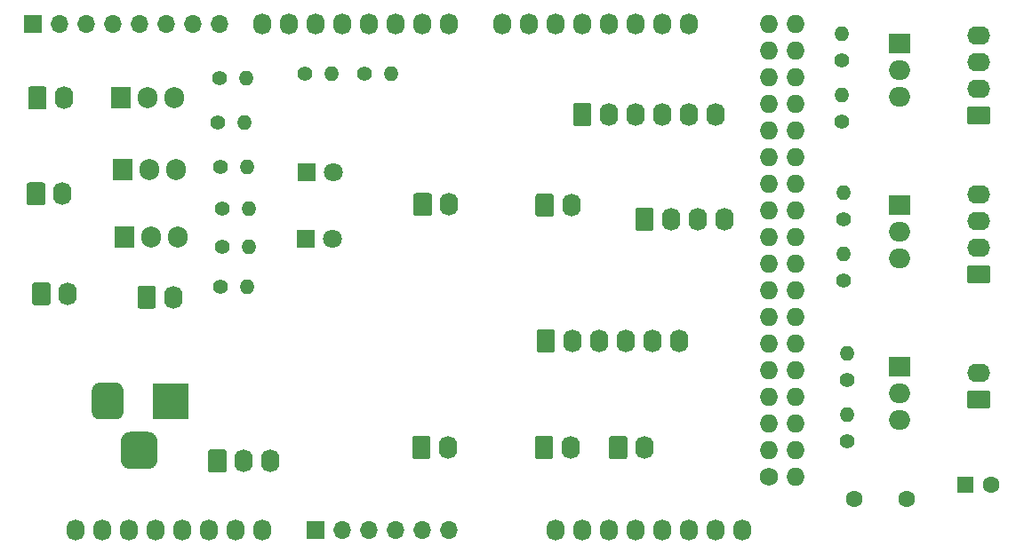
<source format=gbr>
G04 #@! TF.GenerationSoftware,KiCad,Pcbnew,(5.1.5-0-10_14)*
G04 #@! TF.CreationDate,2022-04-09T08:42:43+10:00*
G04 #@! TF.ProjectId,Hornet Forward Output Upper Shield,486f726e-6574-4204-966f-727761726420,rev?*
G04 #@! TF.SameCoordinates,Original*
G04 #@! TF.FileFunction,Soldermask,Bot*
G04 #@! TF.FilePolarity,Negative*
%FSLAX46Y46*%
G04 Gerber Fmt 4.6, Leading zero omitted, Abs format (unit mm)*
G04 Created by KiCad (PCBNEW (5.1.5-0-10_14)) date 2022-04-09 08:42:43*
%MOMM*%
%LPD*%
G04 APERTURE LIST*
%ADD10O,1.740000X2.200000*%
%ADD11C,0.100000*%
%ADD12C,1.400000*%
%ADD13O,1.400000X1.400000*%
%ADD14O,1.905000X2.000000*%
%ADD15R,1.905000X2.000000*%
%ADD16O,2.000000X1.905000*%
%ADD17R,2.000000X1.905000*%
%ADD18C,1.600000*%
%ADD19R,1.600000X1.600000*%
%ADD20O,2.200000X1.740000*%
%ADD21R,3.500000X3.500000*%
%ADD22C,1.800000*%
%ADD23R,1.800000X1.800000*%
%ADD24O,1.700000X1.700000*%
%ADD25R,1.700000X1.700000*%
%ADD26C,1.727200*%
%ADD27O,1.727200X1.727200*%
%ADD28O,1.727200X2.032000*%
G04 APERTURE END LIST*
D10*
X188773000Y-101092000D03*
X186233000Y-101092000D03*
X183693000Y-101092000D03*
X181153000Y-101092000D03*
X178613000Y-101092000D03*
D11*
G36*
X176717505Y-99993204D02*
G01*
X176741773Y-99996804D01*
X176765572Y-100002765D01*
X176788671Y-100011030D01*
X176810850Y-100021520D01*
X176831893Y-100034132D01*
X176851599Y-100048747D01*
X176869777Y-100065223D01*
X176886253Y-100083401D01*
X176900868Y-100103107D01*
X176913480Y-100124150D01*
X176923970Y-100146329D01*
X176932235Y-100169428D01*
X176938196Y-100193227D01*
X176941796Y-100217495D01*
X176943000Y-100241999D01*
X176943000Y-101942001D01*
X176941796Y-101966505D01*
X176938196Y-101990773D01*
X176932235Y-102014572D01*
X176923970Y-102037671D01*
X176913480Y-102059850D01*
X176900868Y-102080893D01*
X176886253Y-102100599D01*
X176869777Y-102118777D01*
X176851599Y-102135253D01*
X176831893Y-102149868D01*
X176810850Y-102162480D01*
X176788671Y-102172970D01*
X176765572Y-102181235D01*
X176741773Y-102187196D01*
X176717505Y-102190796D01*
X176693001Y-102192000D01*
X175452999Y-102192000D01*
X175428495Y-102190796D01*
X175404227Y-102187196D01*
X175380428Y-102181235D01*
X175357329Y-102172970D01*
X175335150Y-102162480D01*
X175314107Y-102149868D01*
X175294401Y-102135253D01*
X175276223Y-102118777D01*
X175259747Y-102100599D01*
X175245132Y-102080893D01*
X175232520Y-102059850D01*
X175222030Y-102037671D01*
X175213765Y-102014572D01*
X175207804Y-101990773D01*
X175204204Y-101966505D01*
X175203000Y-101942001D01*
X175203000Y-100241999D01*
X175204204Y-100217495D01*
X175207804Y-100193227D01*
X175213765Y-100169428D01*
X175222030Y-100146329D01*
X175232520Y-100124150D01*
X175245132Y-100103107D01*
X175259747Y-100083401D01*
X175276223Y-100065223D01*
X175294401Y-100048747D01*
X175314107Y-100034132D01*
X175335150Y-100021520D01*
X175357329Y-100011030D01*
X175380428Y-100002765D01*
X175404227Y-99996804D01*
X175428495Y-99993204D01*
X175452999Y-99992000D01*
X176693001Y-99992000D01*
X176717505Y-99993204D01*
G37*
D10*
X178447000Y-111252000D03*
D11*
G36*
X176551505Y-110153204D02*
G01*
X176575773Y-110156804D01*
X176599572Y-110162765D01*
X176622671Y-110171030D01*
X176644850Y-110181520D01*
X176665893Y-110194132D01*
X176685599Y-110208747D01*
X176703777Y-110225223D01*
X176720253Y-110243401D01*
X176734868Y-110263107D01*
X176747480Y-110284150D01*
X176757970Y-110306329D01*
X176766235Y-110329428D01*
X176772196Y-110353227D01*
X176775796Y-110377495D01*
X176777000Y-110401999D01*
X176777000Y-112102001D01*
X176775796Y-112126505D01*
X176772196Y-112150773D01*
X176766235Y-112174572D01*
X176757970Y-112197671D01*
X176747480Y-112219850D01*
X176734868Y-112240893D01*
X176720253Y-112260599D01*
X176703777Y-112278777D01*
X176685599Y-112295253D01*
X176665893Y-112309868D01*
X176644850Y-112322480D01*
X176622671Y-112332970D01*
X176599572Y-112341235D01*
X176575773Y-112347196D01*
X176551505Y-112350796D01*
X176527001Y-112352000D01*
X175286999Y-112352000D01*
X175262495Y-112350796D01*
X175238227Y-112347196D01*
X175214428Y-112341235D01*
X175191329Y-112332970D01*
X175169150Y-112322480D01*
X175148107Y-112309868D01*
X175128401Y-112295253D01*
X175110223Y-112278777D01*
X175093747Y-112260599D01*
X175079132Y-112240893D01*
X175066520Y-112219850D01*
X175056030Y-112197671D01*
X175047765Y-112174572D01*
X175041804Y-112150773D01*
X175038204Y-112126505D01*
X175037000Y-112102001D01*
X175037000Y-110401999D01*
X175038204Y-110377495D01*
X175041804Y-110353227D01*
X175047765Y-110329428D01*
X175056030Y-110306329D01*
X175066520Y-110284150D01*
X175079132Y-110263107D01*
X175093747Y-110243401D01*
X175110223Y-110225223D01*
X175128401Y-110208747D01*
X175148107Y-110194132D01*
X175169150Y-110181520D01*
X175191329Y-110171030D01*
X175214428Y-110162765D01*
X175238227Y-110156804D01*
X175262495Y-110153204D01*
X175286999Y-110152000D01*
X176527001Y-110152000D01*
X176551505Y-110153204D01*
G37*
D10*
X166763000Y-111252000D03*
D11*
G36*
X164867505Y-110153204D02*
G01*
X164891773Y-110156804D01*
X164915572Y-110162765D01*
X164938671Y-110171030D01*
X164960850Y-110181520D01*
X164981893Y-110194132D01*
X165001599Y-110208747D01*
X165019777Y-110225223D01*
X165036253Y-110243401D01*
X165050868Y-110263107D01*
X165063480Y-110284150D01*
X165073970Y-110306329D01*
X165082235Y-110329428D01*
X165088196Y-110353227D01*
X165091796Y-110377495D01*
X165093000Y-110401999D01*
X165093000Y-112102001D01*
X165091796Y-112126505D01*
X165088196Y-112150773D01*
X165082235Y-112174572D01*
X165073970Y-112197671D01*
X165063480Y-112219850D01*
X165050868Y-112240893D01*
X165036253Y-112260599D01*
X165019777Y-112278777D01*
X165001599Y-112295253D01*
X164981893Y-112309868D01*
X164960850Y-112322480D01*
X164938671Y-112332970D01*
X164915572Y-112341235D01*
X164891773Y-112347196D01*
X164867505Y-112350796D01*
X164843001Y-112352000D01*
X163602999Y-112352000D01*
X163578495Y-112350796D01*
X163554227Y-112347196D01*
X163530428Y-112341235D01*
X163507329Y-112332970D01*
X163485150Y-112322480D01*
X163464107Y-112309868D01*
X163444401Y-112295253D01*
X163426223Y-112278777D01*
X163409747Y-112260599D01*
X163395132Y-112240893D01*
X163382520Y-112219850D01*
X163372030Y-112197671D01*
X163363765Y-112174572D01*
X163357804Y-112150773D01*
X163354204Y-112126505D01*
X163353000Y-112102001D01*
X163353000Y-110401999D01*
X163354204Y-110377495D01*
X163357804Y-110353227D01*
X163363765Y-110329428D01*
X163372030Y-110306329D01*
X163382520Y-110284150D01*
X163395132Y-110263107D01*
X163409747Y-110243401D01*
X163426223Y-110225223D01*
X163444401Y-110208747D01*
X163464107Y-110194132D01*
X163485150Y-110181520D01*
X163507329Y-110171030D01*
X163530428Y-110162765D01*
X163554227Y-110156804D01*
X163578495Y-110153204D01*
X163602999Y-110152000D01*
X164843001Y-110152000D01*
X164867505Y-110153204D01*
G37*
D12*
X144844000Y-80264000D03*
D13*
X147384000Y-80264000D03*
D12*
X144970000Y-76009500D03*
D13*
X147510000Y-76009500D03*
D14*
X140652000Y-77851000D03*
X138112000Y-77851000D03*
D15*
X135572000Y-77851000D03*
D10*
X130175000Y-77914500D03*
D11*
G36*
X128279505Y-76815704D02*
G01*
X128303773Y-76819304D01*
X128327572Y-76825265D01*
X128350671Y-76833530D01*
X128372850Y-76844020D01*
X128393893Y-76856632D01*
X128413599Y-76871247D01*
X128431777Y-76887723D01*
X128448253Y-76905901D01*
X128462868Y-76925607D01*
X128475480Y-76946650D01*
X128485970Y-76968829D01*
X128494235Y-76991928D01*
X128500196Y-77015727D01*
X128503796Y-77039995D01*
X128505000Y-77064499D01*
X128505000Y-78764501D01*
X128503796Y-78789005D01*
X128500196Y-78813273D01*
X128494235Y-78837072D01*
X128485970Y-78860171D01*
X128475480Y-78882350D01*
X128462868Y-78903393D01*
X128448253Y-78923099D01*
X128431777Y-78941277D01*
X128413599Y-78957753D01*
X128393893Y-78972368D01*
X128372850Y-78984980D01*
X128350671Y-78995470D01*
X128327572Y-79003735D01*
X128303773Y-79009696D01*
X128279505Y-79013296D01*
X128255001Y-79014500D01*
X127014999Y-79014500D01*
X126990495Y-79013296D01*
X126966227Y-79009696D01*
X126942428Y-79003735D01*
X126919329Y-78995470D01*
X126897150Y-78984980D01*
X126876107Y-78972368D01*
X126856401Y-78957753D01*
X126838223Y-78941277D01*
X126821747Y-78923099D01*
X126807132Y-78903393D01*
X126794520Y-78882350D01*
X126784030Y-78860171D01*
X126775765Y-78837072D01*
X126769804Y-78813273D01*
X126766204Y-78789005D01*
X126765000Y-78764501D01*
X126765000Y-77064499D01*
X126766204Y-77039995D01*
X126769804Y-77015727D01*
X126775765Y-76991928D01*
X126784030Y-76968829D01*
X126794520Y-76946650D01*
X126807132Y-76925607D01*
X126821747Y-76905901D01*
X126838223Y-76887723D01*
X126856401Y-76871247D01*
X126876107Y-76856632D01*
X126897150Y-76844020D01*
X126919329Y-76833530D01*
X126942428Y-76825265D01*
X126966227Y-76819304D01*
X126990495Y-76815704D01*
X127014999Y-76814500D01*
X128255001Y-76814500D01*
X128279505Y-76815704D01*
G37*
D14*
X141034000Y-91186000D03*
X138494000Y-91186000D03*
D15*
X135954000Y-91186000D03*
D16*
X209740000Y-108585000D03*
X209740000Y-106045000D03*
D17*
X209740000Y-103505000D03*
D14*
X140843000Y-84709000D03*
X138303000Y-84709000D03*
D15*
X135763000Y-84709000D03*
D16*
X209740000Y-93186200D03*
X209740000Y-90646200D03*
D17*
X209740000Y-88106200D03*
D16*
X209740000Y-77787500D03*
X209740000Y-75247500D03*
D17*
X209740000Y-72707500D03*
D12*
X145288000Y-88455500D03*
D13*
X147828000Y-88455500D03*
D12*
X204280000Y-80200500D03*
D13*
X204280000Y-77660500D03*
D12*
X204470000Y-95313500D03*
D13*
X204470000Y-92773500D03*
D12*
X145098000Y-95885000D03*
D13*
X147638000Y-95885000D03*
D12*
X204788000Y-110616000D03*
D13*
X204788000Y-108076000D03*
D18*
X205414000Y-116129000D03*
X210414000Y-116129000D03*
X218502000Y-114808000D03*
D19*
X216002000Y-114808000D03*
D10*
X140589000Y-96901000D03*
D11*
G36*
X138693505Y-95802204D02*
G01*
X138717773Y-95805804D01*
X138741572Y-95811765D01*
X138764671Y-95820030D01*
X138786850Y-95830520D01*
X138807893Y-95843132D01*
X138827599Y-95857747D01*
X138845777Y-95874223D01*
X138862253Y-95892401D01*
X138876868Y-95912107D01*
X138889480Y-95933150D01*
X138899970Y-95955329D01*
X138908235Y-95978428D01*
X138914196Y-96002227D01*
X138917796Y-96026495D01*
X138919000Y-96050999D01*
X138919000Y-97751001D01*
X138917796Y-97775505D01*
X138914196Y-97799773D01*
X138908235Y-97823572D01*
X138899970Y-97846671D01*
X138889480Y-97868850D01*
X138876868Y-97889893D01*
X138862253Y-97909599D01*
X138845777Y-97927777D01*
X138827599Y-97944253D01*
X138807893Y-97958868D01*
X138786850Y-97971480D01*
X138764671Y-97981970D01*
X138741572Y-97990235D01*
X138717773Y-97996196D01*
X138693505Y-97999796D01*
X138669001Y-98001000D01*
X137428999Y-98001000D01*
X137404495Y-97999796D01*
X137380227Y-97996196D01*
X137356428Y-97990235D01*
X137333329Y-97981970D01*
X137311150Y-97971480D01*
X137290107Y-97958868D01*
X137270401Y-97944253D01*
X137252223Y-97927777D01*
X137235747Y-97909599D01*
X137221132Y-97889893D01*
X137208520Y-97868850D01*
X137198030Y-97846671D01*
X137189765Y-97823572D01*
X137183804Y-97799773D01*
X137180204Y-97775505D01*
X137179000Y-97751001D01*
X137179000Y-96050999D01*
X137180204Y-96026495D01*
X137183804Y-96002227D01*
X137189765Y-95978428D01*
X137198030Y-95955329D01*
X137208520Y-95933150D01*
X137221132Y-95912107D01*
X137235747Y-95892401D01*
X137252223Y-95874223D01*
X137270401Y-95857747D01*
X137290107Y-95843132D01*
X137311150Y-95830520D01*
X137333329Y-95820030D01*
X137356428Y-95811765D01*
X137380227Y-95805804D01*
X137404495Y-95802204D01*
X137428999Y-95801000D01*
X138669001Y-95801000D01*
X138693505Y-95802204D01*
G37*
D20*
X217297000Y-104140000D03*
D11*
G36*
X218171505Y-105811204D02*
G01*
X218195773Y-105814804D01*
X218219572Y-105820765D01*
X218242671Y-105829030D01*
X218264850Y-105839520D01*
X218285893Y-105852132D01*
X218305599Y-105866747D01*
X218323777Y-105883223D01*
X218340253Y-105901401D01*
X218354868Y-105921107D01*
X218367480Y-105942150D01*
X218377970Y-105964329D01*
X218386235Y-105987428D01*
X218392196Y-106011227D01*
X218395796Y-106035495D01*
X218397000Y-106059999D01*
X218397000Y-107300001D01*
X218395796Y-107324505D01*
X218392196Y-107348773D01*
X218386235Y-107372572D01*
X218377970Y-107395671D01*
X218367480Y-107417850D01*
X218354868Y-107438893D01*
X218340253Y-107458599D01*
X218323777Y-107476777D01*
X218305599Y-107493253D01*
X218285893Y-107507868D01*
X218264850Y-107520480D01*
X218242671Y-107530970D01*
X218219572Y-107539235D01*
X218195773Y-107545196D01*
X218171505Y-107548796D01*
X218147001Y-107550000D01*
X216446999Y-107550000D01*
X216422495Y-107548796D01*
X216398227Y-107545196D01*
X216374428Y-107539235D01*
X216351329Y-107530970D01*
X216329150Y-107520480D01*
X216308107Y-107507868D01*
X216288401Y-107493253D01*
X216270223Y-107476777D01*
X216253747Y-107458599D01*
X216239132Y-107438893D01*
X216226520Y-107417850D01*
X216216030Y-107395671D01*
X216207765Y-107372572D01*
X216201804Y-107348773D01*
X216198204Y-107324505D01*
X216197000Y-107300001D01*
X216197000Y-106059999D01*
X216198204Y-106035495D01*
X216201804Y-106011227D01*
X216207765Y-105987428D01*
X216216030Y-105964329D01*
X216226520Y-105942150D01*
X216239132Y-105921107D01*
X216253747Y-105901401D01*
X216270223Y-105883223D01*
X216288401Y-105866747D01*
X216308107Y-105852132D01*
X216329150Y-105839520D01*
X216351329Y-105829030D01*
X216374428Y-105820765D01*
X216398227Y-105814804D01*
X216422495Y-105811204D01*
X216446999Y-105810000D01*
X218147001Y-105810000D01*
X218171505Y-105811204D01*
G37*
D12*
X145224000Y-92138500D03*
D13*
X147764000Y-92138500D03*
D12*
X204788000Y-104774000D03*
D13*
X204788000Y-102234000D03*
D12*
X145098000Y-84455000D03*
D13*
X147638000Y-84455000D03*
D12*
X204470000Y-89471500D03*
D13*
X204470000Y-86931500D03*
D12*
X204280000Y-74358500D03*
D13*
X204280000Y-71818500D03*
D20*
X217297000Y-71945500D03*
X217297000Y-74485500D03*
X217297000Y-77025500D03*
D11*
G36*
X218171505Y-78696704D02*
G01*
X218195773Y-78700304D01*
X218219572Y-78706265D01*
X218242671Y-78714530D01*
X218264850Y-78725020D01*
X218285893Y-78737632D01*
X218305599Y-78752247D01*
X218323777Y-78768723D01*
X218340253Y-78786901D01*
X218354868Y-78806607D01*
X218367480Y-78827650D01*
X218377970Y-78849829D01*
X218386235Y-78872928D01*
X218392196Y-78896727D01*
X218395796Y-78920995D01*
X218397000Y-78945499D01*
X218397000Y-80185501D01*
X218395796Y-80210005D01*
X218392196Y-80234273D01*
X218386235Y-80258072D01*
X218377970Y-80281171D01*
X218367480Y-80303350D01*
X218354868Y-80324393D01*
X218340253Y-80344099D01*
X218323777Y-80362277D01*
X218305599Y-80378753D01*
X218285893Y-80393368D01*
X218264850Y-80405980D01*
X218242671Y-80416470D01*
X218219572Y-80424735D01*
X218195773Y-80430696D01*
X218171505Y-80434296D01*
X218147001Y-80435500D01*
X216446999Y-80435500D01*
X216422495Y-80434296D01*
X216398227Y-80430696D01*
X216374428Y-80424735D01*
X216351329Y-80416470D01*
X216329150Y-80405980D01*
X216308107Y-80393368D01*
X216288401Y-80378753D01*
X216270223Y-80362277D01*
X216253747Y-80344099D01*
X216239132Y-80324393D01*
X216226520Y-80303350D01*
X216216030Y-80281171D01*
X216207765Y-80258072D01*
X216201804Y-80234273D01*
X216198204Y-80210005D01*
X216197000Y-80185501D01*
X216197000Y-78945499D01*
X216198204Y-78920995D01*
X216201804Y-78896727D01*
X216207765Y-78872928D01*
X216216030Y-78849829D01*
X216226520Y-78827650D01*
X216239132Y-78806607D01*
X216253747Y-78786901D01*
X216270223Y-78768723D01*
X216288401Y-78752247D01*
X216308107Y-78737632D01*
X216329150Y-78725020D01*
X216351329Y-78714530D01*
X216374428Y-78706265D01*
X216398227Y-78700304D01*
X216422495Y-78696704D01*
X216446999Y-78695500D01*
X218147001Y-78695500D01*
X218171505Y-78696704D01*
G37*
D10*
X130048000Y-87058500D03*
D11*
G36*
X128152505Y-85959704D02*
G01*
X128176773Y-85963304D01*
X128200572Y-85969265D01*
X128223671Y-85977530D01*
X128245850Y-85988020D01*
X128266893Y-86000632D01*
X128286599Y-86015247D01*
X128304777Y-86031723D01*
X128321253Y-86049901D01*
X128335868Y-86069607D01*
X128348480Y-86090650D01*
X128358970Y-86112829D01*
X128367235Y-86135928D01*
X128373196Y-86159727D01*
X128376796Y-86183995D01*
X128378000Y-86208499D01*
X128378000Y-87908501D01*
X128376796Y-87933005D01*
X128373196Y-87957273D01*
X128367235Y-87981072D01*
X128358970Y-88004171D01*
X128348480Y-88026350D01*
X128335868Y-88047393D01*
X128321253Y-88067099D01*
X128304777Y-88085277D01*
X128286599Y-88101753D01*
X128266893Y-88116368D01*
X128245850Y-88128980D01*
X128223671Y-88139470D01*
X128200572Y-88147735D01*
X128176773Y-88153696D01*
X128152505Y-88157296D01*
X128128001Y-88158500D01*
X126887999Y-88158500D01*
X126863495Y-88157296D01*
X126839227Y-88153696D01*
X126815428Y-88147735D01*
X126792329Y-88139470D01*
X126770150Y-88128980D01*
X126749107Y-88116368D01*
X126729401Y-88101753D01*
X126711223Y-88085277D01*
X126694747Y-88067099D01*
X126680132Y-88047393D01*
X126667520Y-88026350D01*
X126657030Y-88004171D01*
X126648765Y-87981072D01*
X126642804Y-87957273D01*
X126639204Y-87933005D01*
X126638000Y-87908501D01*
X126638000Y-86208499D01*
X126639204Y-86183995D01*
X126642804Y-86159727D01*
X126648765Y-86135928D01*
X126657030Y-86112829D01*
X126667520Y-86090650D01*
X126680132Y-86069607D01*
X126694747Y-86049901D01*
X126711223Y-86031723D01*
X126729401Y-86015247D01*
X126749107Y-86000632D01*
X126770150Y-85988020D01*
X126792329Y-85977530D01*
X126815428Y-85969265D01*
X126839227Y-85963304D01*
X126863495Y-85959704D01*
X126887999Y-85958500D01*
X128128001Y-85958500D01*
X128152505Y-85959704D01*
G37*
D20*
X217297000Y-87122000D03*
X217297000Y-89662000D03*
X217297000Y-92202000D03*
D11*
G36*
X218171505Y-93873204D02*
G01*
X218195773Y-93876804D01*
X218219572Y-93882765D01*
X218242671Y-93891030D01*
X218264850Y-93901520D01*
X218285893Y-93914132D01*
X218305599Y-93928747D01*
X218323777Y-93945223D01*
X218340253Y-93963401D01*
X218354868Y-93983107D01*
X218367480Y-94004150D01*
X218377970Y-94026329D01*
X218386235Y-94049428D01*
X218392196Y-94073227D01*
X218395796Y-94097495D01*
X218397000Y-94121999D01*
X218397000Y-95362001D01*
X218395796Y-95386505D01*
X218392196Y-95410773D01*
X218386235Y-95434572D01*
X218377970Y-95457671D01*
X218367480Y-95479850D01*
X218354868Y-95500893D01*
X218340253Y-95520599D01*
X218323777Y-95538777D01*
X218305599Y-95555253D01*
X218285893Y-95569868D01*
X218264850Y-95582480D01*
X218242671Y-95592970D01*
X218219572Y-95601235D01*
X218195773Y-95607196D01*
X218171505Y-95610796D01*
X218147001Y-95612000D01*
X216446999Y-95612000D01*
X216422495Y-95610796D01*
X216398227Y-95607196D01*
X216374428Y-95601235D01*
X216351329Y-95592970D01*
X216329150Y-95582480D01*
X216308107Y-95569868D01*
X216288401Y-95555253D01*
X216270223Y-95538777D01*
X216253747Y-95520599D01*
X216239132Y-95500893D01*
X216226520Y-95479850D01*
X216216030Y-95457671D01*
X216207765Y-95434572D01*
X216201804Y-95410773D01*
X216198204Y-95386505D01*
X216197000Y-95362001D01*
X216197000Y-94121999D01*
X216198204Y-94097495D01*
X216201804Y-94073227D01*
X216207765Y-94049428D01*
X216216030Y-94026329D01*
X216226520Y-94004150D01*
X216239132Y-93983107D01*
X216253747Y-93963401D01*
X216270223Y-93945223D01*
X216288401Y-93928747D01*
X216308107Y-93914132D01*
X216329150Y-93901520D01*
X216351329Y-93891030D01*
X216374428Y-93882765D01*
X216398227Y-93876804D01*
X216422495Y-93873204D01*
X216446999Y-93872000D01*
X218147001Y-93872000D01*
X218171505Y-93873204D01*
G37*
D10*
X130556000Y-96583500D03*
D11*
G36*
X128660505Y-95484704D02*
G01*
X128684773Y-95488304D01*
X128708572Y-95494265D01*
X128731671Y-95502530D01*
X128753850Y-95513020D01*
X128774893Y-95525632D01*
X128794599Y-95540247D01*
X128812777Y-95556723D01*
X128829253Y-95574901D01*
X128843868Y-95594607D01*
X128856480Y-95615650D01*
X128866970Y-95637829D01*
X128875235Y-95660928D01*
X128881196Y-95684727D01*
X128884796Y-95708995D01*
X128886000Y-95733499D01*
X128886000Y-97433501D01*
X128884796Y-97458005D01*
X128881196Y-97482273D01*
X128875235Y-97506072D01*
X128866970Y-97529171D01*
X128856480Y-97551350D01*
X128843868Y-97572393D01*
X128829253Y-97592099D01*
X128812777Y-97610277D01*
X128794599Y-97626753D01*
X128774893Y-97641368D01*
X128753850Y-97653980D01*
X128731671Y-97664470D01*
X128708572Y-97672735D01*
X128684773Y-97678696D01*
X128660505Y-97682296D01*
X128636001Y-97683500D01*
X127395999Y-97683500D01*
X127371495Y-97682296D01*
X127347227Y-97678696D01*
X127323428Y-97672735D01*
X127300329Y-97664470D01*
X127278150Y-97653980D01*
X127257107Y-97641368D01*
X127237401Y-97626753D01*
X127219223Y-97610277D01*
X127202747Y-97592099D01*
X127188132Y-97572393D01*
X127175520Y-97551350D01*
X127165030Y-97529171D01*
X127156765Y-97506072D01*
X127150804Y-97482273D01*
X127147204Y-97458005D01*
X127146000Y-97433501D01*
X127146000Y-95733499D01*
X127147204Y-95708995D01*
X127150804Y-95684727D01*
X127156765Y-95660928D01*
X127165030Y-95637829D01*
X127175520Y-95615650D01*
X127188132Y-95594607D01*
X127202747Y-95574901D01*
X127219223Y-95556723D01*
X127237401Y-95540247D01*
X127257107Y-95525632D01*
X127278150Y-95513020D01*
X127300329Y-95502530D01*
X127323428Y-95494265D01*
X127347227Y-95488304D01*
X127371495Y-95484704D01*
X127395999Y-95483500D01*
X128636001Y-95483500D01*
X128660505Y-95484704D01*
G37*
D10*
X185496000Y-111252000D03*
D11*
G36*
X183600505Y-110153204D02*
G01*
X183624773Y-110156804D01*
X183648572Y-110162765D01*
X183671671Y-110171030D01*
X183693850Y-110181520D01*
X183714893Y-110194132D01*
X183734599Y-110208747D01*
X183752777Y-110225223D01*
X183769253Y-110243401D01*
X183783868Y-110263107D01*
X183796480Y-110284150D01*
X183806970Y-110306329D01*
X183815235Y-110329428D01*
X183821196Y-110353227D01*
X183824796Y-110377495D01*
X183826000Y-110401999D01*
X183826000Y-112102001D01*
X183824796Y-112126505D01*
X183821196Y-112150773D01*
X183815235Y-112174572D01*
X183806970Y-112197671D01*
X183796480Y-112219850D01*
X183783868Y-112240893D01*
X183769253Y-112260599D01*
X183752777Y-112278777D01*
X183734599Y-112295253D01*
X183714893Y-112309868D01*
X183693850Y-112322480D01*
X183671671Y-112332970D01*
X183648572Y-112341235D01*
X183624773Y-112347196D01*
X183600505Y-112350796D01*
X183576001Y-112352000D01*
X182335999Y-112352000D01*
X182311495Y-112350796D01*
X182287227Y-112347196D01*
X182263428Y-112341235D01*
X182240329Y-112332970D01*
X182218150Y-112322480D01*
X182197107Y-112309868D01*
X182177401Y-112295253D01*
X182159223Y-112278777D01*
X182142747Y-112260599D01*
X182128132Y-112240893D01*
X182115520Y-112219850D01*
X182105030Y-112197671D01*
X182096765Y-112174572D01*
X182090804Y-112150773D01*
X182087204Y-112126505D01*
X182086000Y-112102001D01*
X182086000Y-110401999D01*
X182087204Y-110377495D01*
X182090804Y-110353227D01*
X182096765Y-110329428D01*
X182105030Y-110306329D01*
X182115520Y-110284150D01*
X182128132Y-110263107D01*
X182142747Y-110243401D01*
X182159223Y-110225223D01*
X182177401Y-110208747D01*
X182197107Y-110194132D01*
X182218150Y-110181520D01*
X182240329Y-110171030D01*
X182263428Y-110162765D01*
X182287227Y-110156804D01*
X182311495Y-110153204D01*
X182335999Y-110152000D01*
X183576001Y-110152000D01*
X183600505Y-110153204D01*
G37*
D10*
X149860000Y-112522000D03*
X147320000Y-112522000D03*
D11*
G36*
X145424505Y-111423204D02*
G01*
X145448773Y-111426804D01*
X145472572Y-111432765D01*
X145495671Y-111441030D01*
X145517850Y-111451520D01*
X145538893Y-111464132D01*
X145558599Y-111478747D01*
X145576777Y-111495223D01*
X145593253Y-111513401D01*
X145607868Y-111533107D01*
X145620480Y-111554150D01*
X145630970Y-111576329D01*
X145639235Y-111599428D01*
X145645196Y-111623227D01*
X145648796Y-111647495D01*
X145650000Y-111671999D01*
X145650000Y-113372001D01*
X145648796Y-113396505D01*
X145645196Y-113420773D01*
X145639235Y-113444572D01*
X145630970Y-113467671D01*
X145620480Y-113489850D01*
X145607868Y-113510893D01*
X145593253Y-113530599D01*
X145576777Y-113548777D01*
X145558599Y-113565253D01*
X145538893Y-113579868D01*
X145517850Y-113592480D01*
X145495671Y-113602970D01*
X145472572Y-113611235D01*
X145448773Y-113617196D01*
X145424505Y-113620796D01*
X145400001Y-113622000D01*
X144159999Y-113622000D01*
X144135495Y-113620796D01*
X144111227Y-113617196D01*
X144087428Y-113611235D01*
X144064329Y-113602970D01*
X144042150Y-113592480D01*
X144021107Y-113579868D01*
X144001401Y-113565253D01*
X143983223Y-113548777D01*
X143966747Y-113530599D01*
X143952132Y-113510893D01*
X143939520Y-113489850D01*
X143929030Y-113467671D01*
X143920765Y-113444572D01*
X143914804Y-113420773D01*
X143911204Y-113396505D01*
X143910000Y-113372001D01*
X143910000Y-111671999D01*
X143911204Y-111647495D01*
X143914804Y-111623227D01*
X143920765Y-111599428D01*
X143929030Y-111576329D01*
X143939520Y-111554150D01*
X143952132Y-111533107D01*
X143966747Y-111513401D01*
X143983223Y-111495223D01*
X144001401Y-111478747D01*
X144021107Y-111464132D01*
X144042150Y-111451520D01*
X144064329Y-111441030D01*
X144087428Y-111432765D01*
X144111227Y-111426804D01*
X144135495Y-111423204D01*
X144159999Y-111422000D01*
X145400001Y-111422000D01*
X145424505Y-111423204D01*
G37*
D10*
X166878000Y-88074500D03*
D11*
G36*
X164982505Y-86975704D02*
G01*
X165006773Y-86979304D01*
X165030572Y-86985265D01*
X165053671Y-86993530D01*
X165075850Y-87004020D01*
X165096893Y-87016632D01*
X165116599Y-87031247D01*
X165134777Y-87047723D01*
X165151253Y-87065901D01*
X165165868Y-87085607D01*
X165178480Y-87106650D01*
X165188970Y-87128829D01*
X165197235Y-87151928D01*
X165203196Y-87175727D01*
X165206796Y-87199995D01*
X165208000Y-87224499D01*
X165208000Y-88924501D01*
X165206796Y-88949005D01*
X165203196Y-88973273D01*
X165197235Y-88997072D01*
X165188970Y-89020171D01*
X165178480Y-89042350D01*
X165165868Y-89063393D01*
X165151253Y-89083099D01*
X165134777Y-89101277D01*
X165116599Y-89117753D01*
X165096893Y-89132368D01*
X165075850Y-89144980D01*
X165053671Y-89155470D01*
X165030572Y-89163735D01*
X165006773Y-89169696D01*
X164982505Y-89173296D01*
X164958001Y-89174500D01*
X163717999Y-89174500D01*
X163693495Y-89173296D01*
X163669227Y-89169696D01*
X163645428Y-89163735D01*
X163622329Y-89155470D01*
X163600150Y-89144980D01*
X163579107Y-89132368D01*
X163559401Y-89117753D01*
X163541223Y-89101277D01*
X163524747Y-89083099D01*
X163510132Y-89063393D01*
X163497520Y-89042350D01*
X163487030Y-89020171D01*
X163478765Y-88997072D01*
X163472804Y-88973273D01*
X163469204Y-88949005D01*
X163468000Y-88924501D01*
X163468000Y-87224499D01*
X163469204Y-87199995D01*
X163472804Y-87175727D01*
X163478765Y-87151928D01*
X163487030Y-87128829D01*
X163497520Y-87106650D01*
X163510132Y-87085607D01*
X163524747Y-87065901D01*
X163541223Y-87047723D01*
X163559401Y-87031247D01*
X163579107Y-87016632D01*
X163600150Y-87004020D01*
X163622329Y-86993530D01*
X163645428Y-86985265D01*
X163669227Y-86979304D01*
X163693495Y-86975704D01*
X163717999Y-86974500D01*
X164958001Y-86974500D01*
X164982505Y-86975704D01*
G37*
G36*
X138295765Y-109761213D02*
G01*
X138380704Y-109773813D01*
X138463999Y-109794677D01*
X138544848Y-109823605D01*
X138622472Y-109860319D01*
X138696124Y-109904464D01*
X138765094Y-109955616D01*
X138828718Y-110013282D01*
X138886384Y-110076906D01*
X138937536Y-110145876D01*
X138981681Y-110219528D01*
X139018395Y-110297152D01*
X139047323Y-110378001D01*
X139068187Y-110461296D01*
X139080787Y-110546235D01*
X139085000Y-110632000D01*
X139085000Y-112382000D01*
X139080787Y-112467765D01*
X139068187Y-112552704D01*
X139047323Y-112635999D01*
X139018395Y-112716848D01*
X138981681Y-112794472D01*
X138937536Y-112868124D01*
X138886384Y-112937094D01*
X138828718Y-113000718D01*
X138765094Y-113058384D01*
X138696124Y-113109536D01*
X138622472Y-113153681D01*
X138544848Y-113190395D01*
X138463999Y-113219323D01*
X138380704Y-113240187D01*
X138295765Y-113252787D01*
X138210000Y-113257000D01*
X136460000Y-113257000D01*
X136374235Y-113252787D01*
X136289296Y-113240187D01*
X136206001Y-113219323D01*
X136125152Y-113190395D01*
X136047528Y-113153681D01*
X135973876Y-113109536D01*
X135904906Y-113058384D01*
X135841282Y-113000718D01*
X135783616Y-112937094D01*
X135732464Y-112868124D01*
X135688319Y-112794472D01*
X135651605Y-112716848D01*
X135622677Y-112635999D01*
X135601813Y-112552704D01*
X135589213Y-112467765D01*
X135585000Y-112382000D01*
X135585000Y-110632000D01*
X135589213Y-110546235D01*
X135601813Y-110461296D01*
X135622677Y-110378001D01*
X135651605Y-110297152D01*
X135688319Y-110219528D01*
X135732464Y-110145876D01*
X135783616Y-110076906D01*
X135841282Y-110013282D01*
X135904906Y-109955616D01*
X135973876Y-109904464D01*
X136047528Y-109860319D01*
X136125152Y-109823605D01*
X136206001Y-109794677D01*
X136289296Y-109773813D01*
X136374235Y-109761213D01*
X136460000Y-109757000D01*
X138210000Y-109757000D01*
X138295765Y-109761213D01*
G37*
G36*
X135158513Y-105060611D02*
G01*
X135231318Y-105071411D01*
X135302714Y-105089295D01*
X135372013Y-105114090D01*
X135438548Y-105145559D01*
X135501678Y-105183398D01*
X135560795Y-105227242D01*
X135615330Y-105276670D01*
X135664758Y-105331205D01*
X135708602Y-105390322D01*
X135746441Y-105453452D01*
X135777910Y-105519987D01*
X135802705Y-105589286D01*
X135820589Y-105660682D01*
X135831389Y-105733487D01*
X135835000Y-105807000D01*
X135835000Y-107807000D01*
X135831389Y-107880513D01*
X135820589Y-107953318D01*
X135802705Y-108024714D01*
X135777910Y-108094013D01*
X135746441Y-108160548D01*
X135708602Y-108223678D01*
X135664758Y-108282795D01*
X135615330Y-108337330D01*
X135560795Y-108386758D01*
X135501678Y-108430602D01*
X135438548Y-108468441D01*
X135372013Y-108499910D01*
X135302714Y-108524705D01*
X135231318Y-108542589D01*
X135158513Y-108553389D01*
X135085000Y-108557000D01*
X133585000Y-108557000D01*
X133511487Y-108553389D01*
X133438682Y-108542589D01*
X133367286Y-108524705D01*
X133297987Y-108499910D01*
X133231452Y-108468441D01*
X133168322Y-108430602D01*
X133109205Y-108386758D01*
X133054670Y-108337330D01*
X133005242Y-108282795D01*
X132961398Y-108223678D01*
X132923559Y-108160548D01*
X132892090Y-108094013D01*
X132867295Y-108024714D01*
X132849411Y-107953318D01*
X132838611Y-107880513D01*
X132835000Y-107807000D01*
X132835000Y-105807000D01*
X132838611Y-105733487D01*
X132849411Y-105660682D01*
X132867295Y-105589286D01*
X132892090Y-105519987D01*
X132923559Y-105453452D01*
X132961398Y-105390322D01*
X133005242Y-105331205D01*
X133054670Y-105276670D01*
X133109205Y-105227242D01*
X133168322Y-105183398D01*
X133231452Y-105145559D01*
X133297987Y-105114090D01*
X133367286Y-105089295D01*
X133438682Y-105071411D01*
X133511487Y-105060611D01*
X133585000Y-105057000D01*
X135085000Y-105057000D01*
X135158513Y-105060611D01*
G37*
D21*
X140335000Y-106807000D03*
D10*
X193078000Y-89484200D03*
X190538000Y-89484200D03*
X187998000Y-89484200D03*
D11*
G36*
X186102505Y-88385404D02*
G01*
X186126773Y-88389004D01*
X186150572Y-88394965D01*
X186173671Y-88403230D01*
X186195850Y-88413720D01*
X186216893Y-88426332D01*
X186236599Y-88440947D01*
X186254777Y-88457423D01*
X186271253Y-88475601D01*
X186285868Y-88495307D01*
X186298480Y-88516350D01*
X186308970Y-88538529D01*
X186317235Y-88561628D01*
X186323196Y-88585427D01*
X186326796Y-88609695D01*
X186328000Y-88634199D01*
X186328000Y-90334201D01*
X186326796Y-90358705D01*
X186323196Y-90382973D01*
X186317235Y-90406772D01*
X186308970Y-90429871D01*
X186298480Y-90452050D01*
X186285868Y-90473093D01*
X186271253Y-90492799D01*
X186254777Y-90510977D01*
X186236599Y-90527453D01*
X186216893Y-90542068D01*
X186195850Y-90554680D01*
X186173671Y-90565170D01*
X186150572Y-90573435D01*
X186126773Y-90579396D01*
X186102505Y-90582996D01*
X186078001Y-90584200D01*
X184837999Y-90584200D01*
X184813495Y-90582996D01*
X184789227Y-90579396D01*
X184765428Y-90573435D01*
X184742329Y-90565170D01*
X184720150Y-90554680D01*
X184699107Y-90542068D01*
X184679401Y-90527453D01*
X184661223Y-90510977D01*
X184644747Y-90492799D01*
X184630132Y-90473093D01*
X184617520Y-90452050D01*
X184607030Y-90429871D01*
X184598765Y-90406772D01*
X184592804Y-90382973D01*
X184589204Y-90358705D01*
X184588000Y-90334201D01*
X184588000Y-88634199D01*
X184589204Y-88609695D01*
X184592804Y-88585427D01*
X184598765Y-88561628D01*
X184607030Y-88538529D01*
X184617520Y-88516350D01*
X184630132Y-88495307D01*
X184644747Y-88475601D01*
X184661223Y-88457423D01*
X184679401Y-88440947D01*
X184699107Y-88426332D01*
X184720150Y-88413720D01*
X184742329Y-88403230D01*
X184765428Y-88394965D01*
X184789227Y-88389004D01*
X184813495Y-88385404D01*
X184837999Y-88384200D01*
X186078001Y-88384200D01*
X186102505Y-88385404D01*
G37*
D12*
X158814000Y-75565000D03*
D13*
X161354000Y-75565000D03*
D12*
X153162000Y-75628500D03*
D13*
X155702000Y-75628500D03*
D10*
X192227000Y-79502000D03*
X189687000Y-79502000D03*
X187147000Y-79502000D03*
X184607000Y-79502000D03*
X182067000Y-79502000D03*
D11*
G36*
X180171505Y-78403204D02*
G01*
X180195773Y-78406804D01*
X180219572Y-78412765D01*
X180242671Y-78421030D01*
X180264850Y-78431520D01*
X180285893Y-78444132D01*
X180305599Y-78458747D01*
X180323777Y-78475223D01*
X180340253Y-78493401D01*
X180354868Y-78513107D01*
X180367480Y-78534150D01*
X180377970Y-78556329D01*
X180386235Y-78579428D01*
X180392196Y-78603227D01*
X180395796Y-78627495D01*
X180397000Y-78651999D01*
X180397000Y-80352001D01*
X180395796Y-80376505D01*
X180392196Y-80400773D01*
X180386235Y-80424572D01*
X180377970Y-80447671D01*
X180367480Y-80469850D01*
X180354868Y-80490893D01*
X180340253Y-80510599D01*
X180323777Y-80528777D01*
X180305599Y-80545253D01*
X180285893Y-80559868D01*
X180264850Y-80572480D01*
X180242671Y-80582970D01*
X180219572Y-80591235D01*
X180195773Y-80597196D01*
X180171505Y-80600796D01*
X180147001Y-80602000D01*
X178906999Y-80602000D01*
X178882495Y-80600796D01*
X178858227Y-80597196D01*
X178834428Y-80591235D01*
X178811329Y-80582970D01*
X178789150Y-80572480D01*
X178768107Y-80559868D01*
X178748401Y-80545253D01*
X178730223Y-80528777D01*
X178713747Y-80510599D01*
X178699132Y-80490893D01*
X178686520Y-80469850D01*
X178676030Y-80447671D01*
X178667765Y-80424572D01*
X178661804Y-80400773D01*
X178658204Y-80376505D01*
X178657000Y-80352001D01*
X178657000Y-78651999D01*
X178658204Y-78627495D01*
X178661804Y-78603227D01*
X178667765Y-78579428D01*
X178676030Y-78556329D01*
X178686520Y-78534150D01*
X178699132Y-78513107D01*
X178713747Y-78493401D01*
X178730223Y-78475223D01*
X178748401Y-78458747D01*
X178768107Y-78444132D01*
X178789150Y-78431520D01*
X178811329Y-78421030D01*
X178834428Y-78412765D01*
X178858227Y-78406804D01*
X178882495Y-78403204D01*
X178906999Y-78402000D01*
X180147001Y-78402000D01*
X180171505Y-78403204D01*
G37*
D10*
X178498000Y-88138000D03*
D11*
G36*
X176602505Y-87039204D02*
G01*
X176626773Y-87042804D01*
X176650572Y-87048765D01*
X176673671Y-87057030D01*
X176695850Y-87067520D01*
X176716893Y-87080132D01*
X176736599Y-87094747D01*
X176754777Y-87111223D01*
X176771253Y-87129401D01*
X176785868Y-87149107D01*
X176798480Y-87170150D01*
X176808970Y-87192329D01*
X176817235Y-87215428D01*
X176823196Y-87239227D01*
X176826796Y-87263495D01*
X176828000Y-87287999D01*
X176828000Y-88988001D01*
X176826796Y-89012505D01*
X176823196Y-89036773D01*
X176817235Y-89060572D01*
X176808970Y-89083671D01*
X176798480Y-89105850D01*
X176785868Y-89126893D01*
X176771253Y-89146599D01*
X176754777Y-89164777D01*
X176736599Y-89181253D01*
X176716893Y-89195868D01*
X176695850Y-89208480D01*
X176673671Y-89218970D01*
X176650572Y-89227235D01*
X176626773Y-89233196D01*
X176602505Y-89236796D01*
X176578001Y-89238000D01*
X175337999Y-89238000D01*
X175313495Y-89236796D01*
X175289227Y-89233196D01*
X175265428Y-89227235D01*
X175242329Y-89218970D01*
X175220150Y-89208480D01*
X175199107Y-89195868D01*
X175179401Y-89181253D01*
X175161223Y-89164777D01*
X175144747Y-89146599D01*
X175130132Y-89126893D01*
X175117520Y-89105850D01*
X175107030Y-89083671D01*
X175098765Y-89060572D01*
X175092804Y-89036773D01*
X175089204Y-89012505D01*
X175088000Y-88988001D01*
X175088000Y-87287999D01*
X175089204Y-87263495D01*
X175092804Y-87239227D01*
X175098765Y-87215428D01*
X175107030Y-87192329D01*
X175117520Y-87170150D01*
X175130132Y-87149107D01*
X175144747Y-87129401D01*
X175161223Y-87111223D01*
X175179401Y-87094747D01*
X175199107Y-87080132D01*
X175220150Y-87067520D01*
X175242329Y-87057030D01*
X175265428Y-87048765D01*
X175289227Y-87042804D01*
X175313495Y-87039204D01*
X175337999Y-87038000D01*
X176578001Y-87038000D01*
X176602505Y-87039204D01*
G37*
D22*
X155766000Y-91376500D03*
D23*
X153226000Y-91376500D03*
D22*
X155829000Y-84963000D03*
D23*
X153289000Y-84963000D03*
D24*
X145034000Y-70866000D03*
X142494000Y-70866000D03*
X139954000Y-70866000D03*
X137414000Y-70866000D03*
X134874000Y-70866000D03*
X132334000Y-70866000D03*
X129794000Y-70866000D03*
D25*
X127254000Y-70866000D03*
D24*
X166878000Y-119126000D03*
X164338000Y-119126000D03*
X161798000Y-119126000D03*
X159258000Y-119126000D03*
X156718000Y-119126000D03*
D25*
X154178000Y-119126000D03*
D26*
X197358000Y-114046000D03*
D27*
X199898000Y-114046000D03*
X197358000Y-111506000D03*
X199898000Y-111506000D03*
X197358000Y-108966000D03*
X199898000Y-108966000D03*
X197358000Y-106426000D03*
X199898000Y-106426000D03*
X197358000Y-103886000D03*
X199898000Y-103886000D03*
X197358000Y-101346000D03*
X199898000Y-101346000D03*
X197358000Y-98806000D03*
X199898000Y-98806000D03*
X197358000Y-96266000D03*
X199898000Y-96266000D03*
X197358000Y-93726000D03*
X199898000Y-93726000D03*
X197358000Y-91186000D03*
X199898000Y-91186000D03*
X197358000Y-88646000D03*
X199898000Y-88646000D03*
X197358000Y-86106000D03*
X199898000Y-86106000D03*
X197358000Y-83566000D03*
X199898000Y-83566000D03*
X197358000Y-81026000D03*
X199898000Y-81026000D03*
X197358000Y-78486000D03*
X199898000Y-78486000D03*
X197358000Y-75946000D03*
X199898000Y-75946000D03*
X197358000Y-73406000D03*
X199898000Y-73406000D03*
X197358000Y-70866000D03*
X199898000Y-70866000D03*
D28*
X131318000Y-119126000D03*
X133858000Y-119126000D03*
X136398000Y-119126000D03*
X138938000Y-119126000D03*
X141478000Y-119126000D03*
X144018000Y-119126000D03*
X146558000Y-119126000D03*
X149098000Y-119126000D03*
X177038000Y-119126000D03*
X179578000Y-119126000D03*
X182118000Y-119126000D03*
X184658000Y-119126000D03*
X187198000Y-119126000D03*
X189738000Y-119126000D03*
X192278000Y-119126000D03*
X194818000Y-119126000D03*
X149098000Y-70866000D03*
X151638000Y-70866000D03*
X154178000Y-70866000D03*
X156718000Y-70866000D03*
X159258000Y-70866000D03*
X161798000Y-70866000D03*
X164338000Y-70866000D03*
X166878000Y-70866000D03*
X171958000Y-70866000D03*
X174498000Y-70866000D03*
X177038000Y-70866000D03*
X179578000Y-70866000D03*
X182118000Y-70866000D03*
X184658000Y-70866000D03*
X187198000Y-70866000D03*
X189738000Y-70866000D03*
M02*

</source>
